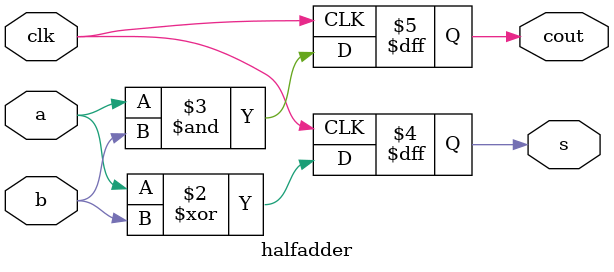
<source format=v>
module halfadder(a,b,s,cout,clk);
input a,b,clk;
output s,cout;

always @(posedge clk)
begin
s=a^b;
cout= a&b;

end

endmodule

</source>
